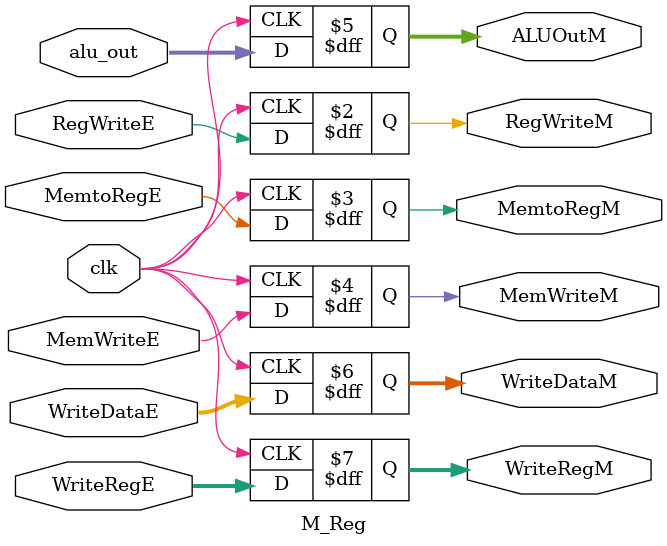
<source format=v>
`timescale 1ns / 1ps
module M_Reg(
   input clk,
	input RegWriteE,MemtoRegE,MemWriteE,
   input [31:0]alu_out,
   input [31:0]WriteDataE,
   input [4:0]WriteRegE,
   output reg RegWriteM,MemtoRegM,MemWriteM,
   output reg [31:0]ALUOutM,
   output reg [31:0]WriteDataM,
   output reg [4:0]WriteRegM
    );

always@(posedge clk)
begin
          RegWriteM <= RegWriteE;
			 MemtoRegM <= MemtoRegE;
		    MemWriteM <= MemWriteE;
			 ALUOutM   <= alu_out;
			 WriteDataM<= WriteDataE;
			 WriteRegM <= WriteRegE;
end

endmodule


</source>
